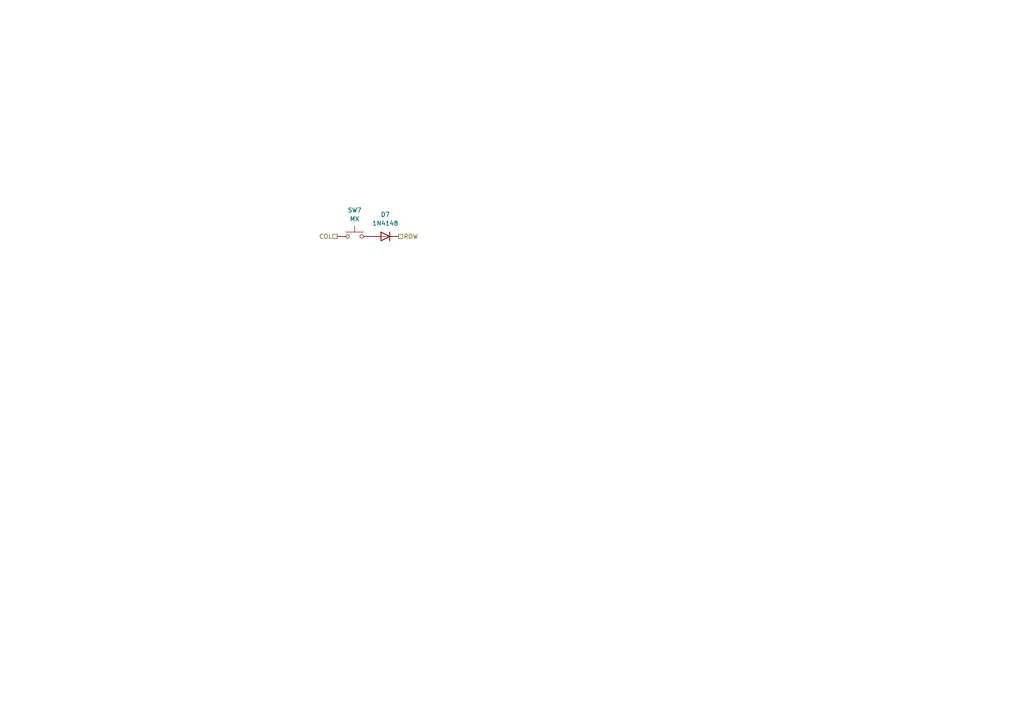
<source format=kicad_sch>
(kicad_sch (version 20211123) (generator eeschema)
  (paper "A4")
  (lib_symbols
    (symbol "Device:D" (pin_numbers hide) (pin_names (offset 1.016) hide)
      (property "Reference" "D" (at 0 2.54 0))
      (property "Value" "D" (at 0 -2.54 0))
      (symbol "D_0_1"
        (polyline (pts (xy -1.27 1.27) (xy -1.27 -1.27)) (stroke (width 0.254)))
        (polyline (pts (xy 1.27 0) (xy -1.27 0)))
        (polyline (pts (xy 1.27 1.27) (xy 1.27 -1.27) (xy -1.27 0) (xy 1.27 1.27)) (stroke (width 0.254)))
      )
      (symbol "D_1_1"
        (pin passive line (at -3.81 0 0) (length 2.54) (name "K") (number "1"))
        (pin passive line (at 3.81 0 180) (length 2.54) (name "A") (number "2"))
      )
    )
    (symbol "Switch:SW_Push" (pin_numbers hide) (pin_names (offset 1.016) hide)
      (property "Reference" "SW" (at 1.27 2.54 0))
      (property "Value" "SW_Push" (at 0 -1.524 0))
      (symbol "SW_Push_0_1"
        (circle (center -2.032 0) (radius 0.508))
        (polyline (pts (xy 0 1.27) (xy 0 3.048)))
        (polyline (pts (xy 2.54 1.27) (xy -2.54 1.27)))
        (circle (center 2.032 0) (radius 0.508))
        (pin passive line (at -5.08 0 0) (length 2.54) (name "1") (number "1"))
        (pin passive line (at 5.08 0 180) (length 2.54) (name "2") (number "2"))
      )
    )
  )
  (hierarchical_label "COL" (shape passive) (at 97.79 68.58 180))
  (hierarchical_label "ROW" (shape passive) (at 115.57 68.58 0))
  (symbol (lib_id "Device:D") (at 111.76 68.58 0) (mirror y) (unit 1)
    (property "Reference" "D7" (at 111.76 62.23 0))
    (property "Value" "1N4148" (at 111.76 64.77 0))
    (property "Footprint" "Diode_THT:D_DO-34_SOD68_P7.62mm_Horizontal" (effects hide))
  )
  (symbol (lib_id "Switch:SW_Push") (at 102.87 68.58 0) (mirror y) (unit 1)
    (property "Reference" "SW7" (at 102.87 60.96 0))
    (property "Value" "MX" (at 102.87 63.5 0))
    (property "Footprint" "agausmann:SW_Cherry_MX_1.00u_PCB_ReCenter" (effects hide))
  )
)
</source>
